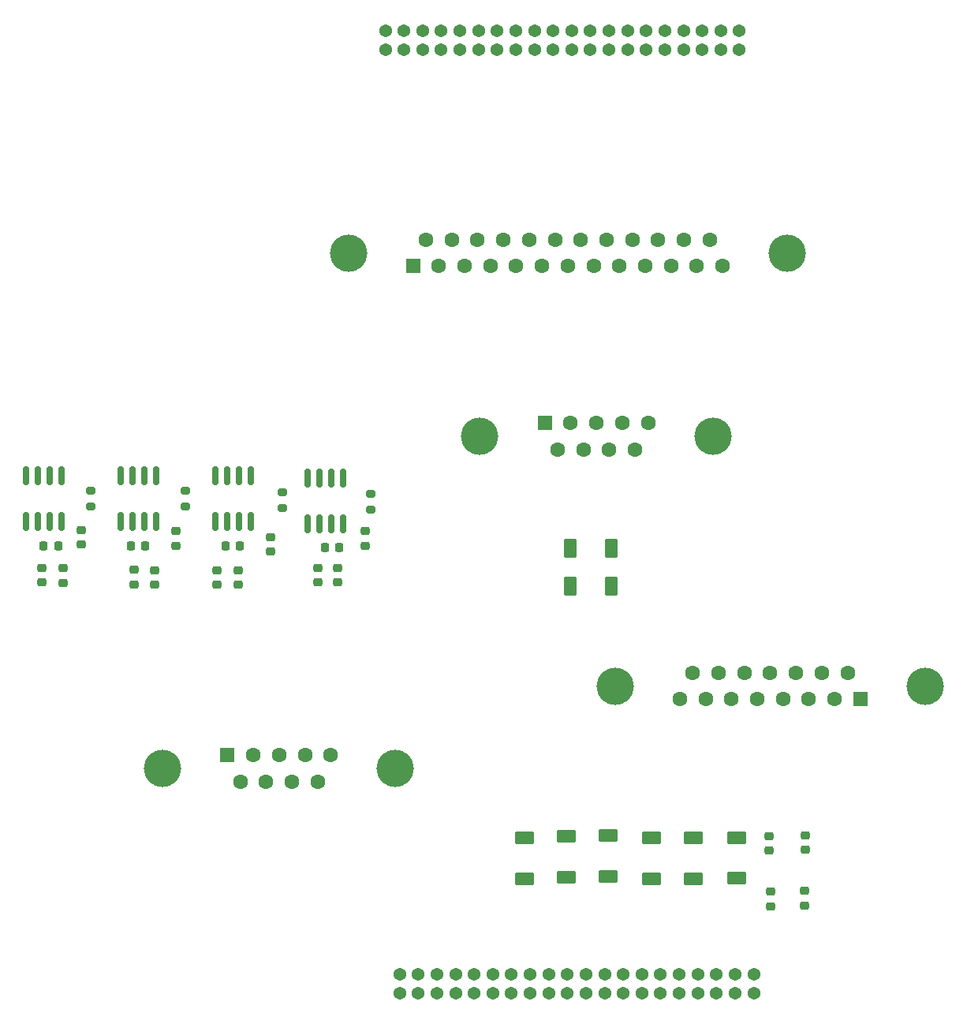
<source format=gbr>
%TF.GenerationSoftware,KiCad,Pcbnew,7.0.7*%
%TF.CreationDate,2024-02-25T16:10:36-08:00*%
%TF.ProjectId,Connector-board,436f6e6e-6563-4746-9f72-2d626f617264,rev?*%
%TF.SameCoordinates,Original*%
%TF.FileFunction,Soldermask,Top*%
%TF.FilePolarity,Negative*%
%FSLAX46Y46*%
G04 Gerber Fmt 4.6, Leading zero omitted, Abs format (unit mm)*
G04 Created by KiCad (PCBNEW 7.0.7) date 2024-02-25 16:10:36*
%MOMM*%
%LPD*%
G01*
G04 APERTURE LIST*
G04 Aperture macros list*
%AMRoundRect*
0 Rectangle with rounded corners*
0 $1 Rounding radius*
0 $2 $3 $4 $5 $6 $7 $8 $9 X,Y pos of 4 corners*
0 Add a 4 corners polygon primitive as box body*
4,1,4,$2,$3,$4,$5,$6,$7,$8,$9,$2,$3,0*
0 Add four circle primitives for the rounded corners*
1,1,$1+$1,$2,$3*
1,1,$1+$1,$4,$5*
1,1,$1+$1,$6,$7*
1,1,$1+$1,$8,$9*
0 Add four rect primitives between the rounded corners*
20,1,$1+$1,$2,$3,$4,$5,0*
20,1,$1+$1,$4,$5,$6,$7,0*
20,1,$1+$1,$6,$7,$8,$9,0*
20,1,$1+$1,$8,$9,$2,$3,0*%
G04 Aperture macros list end*
%ADD10RoundRect,0.225000X-0.250000X0.225000X-0.250000X-0.225000X0.250000X-0.225000X0.250000X0.225000X0*%
%ADD11RoundRect,0.225000X0.225000X0.250000X-0.225000X0.250000X-0.225000X-0.250000X0.225000X-0.250000X0*%
%ADD12RoundRect,0.150000X0.150000X-0.825000X0.150000X0.825000X-0.150000X0.825000X-0.150000X-0.825000X0*%
%ADD13RoundRect,0.250000X0.800000X-0.450000X0.800000X0.450000X-0.800000X0.450000X-0.800000X-0.450000X0*%
%ADD14RoundRect,0.250000X-0.800000X0.450000X-0.800000X-0.450000X0.800000X-0.450000X0.800000X0.450000X0*%
%ADD15RoundRect,0.200000X-0.275000X0.200000X-0.275000X-0.200000X0.275000X-0.200000X0.275000X0.200000X0*%
%ADD16RoundRect,0.218750X0.256250X-0.218750X0.256250X0.218750X-0.256250X0.218750X-0.256250X-0.218750X0*%
%ADD17RoundRect,0.225000X0.250000X-0.225000X0.250000X0.225000X-0.250000X0.225000X-0.250000X-0.225000X0*%
%ADD18RoundRect,0.250000X-0.450000X-0.800000X0.450000X-0.800000X0.450000X0.800000X-0.450000X0.800000X0*%
%ADD19RoundRect,0.218750X-0.256250X0.218750X-0.256250X-0.218750X0.256250X-0.218750X0.256250X0.218750X0*%
%ADD20C,1.371600*%
%ADD21C,4.000000*%
%ADD22R,1.600000X1.600000*%
%ADD23C,1.600000*%
G04 APERTURE END LIST*
D10*
%TO.C,C10*%
X132040000Y-109580000D03*
X132040000Y-111130000D03*
%TD*%
D11*
%TO.C,C9*%
X128795000Y-111155000D03*
X127245000Y-111155000D03*
%TD*%
D12*
%TO.C,U4*%
X126115000Y-108550000D03*
X127385000Y-108550000D03*
X128655000Y-108550000D03*
X129925000Y-108550000D03*
X129925000Y-103600000D03*
X128655000Y-103600000D03*
X127385000Y-103600000D03*
X126115000Y-103600000D03*
%TD*%
D13*
%TO.C,D4*%
X173981400Y-146722200D03*
X173981400Y-142322200D03*
%TD*%
D10*
%TO.C,C4*%
X121880000Y-109440000D03*
X121880000Y-110990000D03*
%TD*%
D14*
%TO.C,D6*%
X169511000Y-142500000D03*
X169511000Y-146900000D03*
%TD*%
D10*
%TO.C,C8*%
X142200000Y-111765000D03*
X142200000Y-110215000D03*
%TD*%
D15*
%TO.C,R3*%
X122940000Y-105250000D03*
X122940000Y-106900000D03*
%TD*%
D13*
%TO.C,D1*%
X187621200Y-146900000D03*
X187621200Y-142500000D03*
%TD*%
D14*
%TO.C,D3*%
X192269400Y-142449200D03*
X192269400Y-146849200D03*
%TD*%
D16*
%TO.C,C1*%
X195774600Y-143861800D03*
X195774600Y-142286800D03*
%TD*%
D15*
%TO.C,R6*%
X133100000Y-105250000D03*
X133100000Y-106900000D03*
%TD*%
D17*
%TO.C,FB4*%
X147322000Y-115097600D03*
X147322000Y-113547600D03*
%TD*%
D18*
%TO.C,D8*%
X174400000Y-115450000D03*
X178800000Y-115450000D03*
%TD*%
D10*
%TO.C,C6*%
X152360000Y-109580000D03*
X152360000Y-111130000D03*
%TD*%
D12*
%TO.C,U1*%
X115955000Y-108550000D03*
X117225000Y-108550000D03*
X118495000Y-108550000D03*
X119765000Y-108550000D03*
X119765000Y-103600000D03*
X118495000Y-103600000D03*
X117225000Y-103600000D03*
X115955000Y-103600000D03*
%TD*%
D16*
%TO.C,C2*%
X195901600Y-149830900D03*
X195901600Y-148255900D03*
%TD*%
D17*
%TO.C,FB3*%
X149404800Y-115046800D03*
X149404800Y-113496800D03*
%TD*%
%TO.C,FB6*%
X136501600Y-115351600D03*
X136501600Y-113801600D03*
%TD*%
D19*
%TO.C,R1*%
X199635400Y-142210700D03*
X199635400Y-143785700D03*
%TD*%
D15*
%TO.C,R5*%
X143488600Y-105440000D03*
X143488600Y-107090000D03*
%TD*%
D11*
%TO.C,C5*%
X149595600Y-111350800D03*
X148045600Y-111350800D03*
%TD*%
D13*
%TO.C,D2*%
X183100000Y-146900000D03*
X183100000Y-142500000D03*
%TD*%
D17*
%TO.C,FB1*%
X119991600Y-115123000D03*
X119991600Y-113573000D03*
%TD*%
%TO.C,FB5*%
X138736800Y-115351600D03*
X138736800Y-113801600D03*
%TD*%
D13*
%TO.C,D5*%
X178502600Y-146646000D03*
X178502600Y-142246000D03*
%TD*%
D12*
%TO.C,U2*%
X146229800Y-108796600D03*
X147499800Y-108796600D03*
X148769800Y-108796600D03*
X150039800Y-108796600D03*
X150039800Y-103846600D03*
X148769800Y-103846600D03*
X147499800Y-103846600D03*
X146229800Y-103846600D03*
%TD*%
%TO.C,U3*%
X136275000Y-108550000D03*
X137545000Y-108550000D03*
X138815000Y-108550000D03*
X140085000Y-108550000D03*
X140085000Y-103600000D03*
X138815000Y-103600000D03*
X137545000Y-103600000D03*
X136275000Y-103600000D03*
%TD*%
D11*
%TO.C,C7*%
X138955000Y-111155000D03*
X137405000Y-111155000D03*
%TD*%
D20*
%TO.C,J1*%
X156086831Y-159170000D03*
X156086831Y-157170000D03*
X158086831Y-159170000D03*
X158086831Y-157170000D03*
X160086831Y-159170000D03*
X160086831Y-157170000D03*
X162086831Y-159170000D03*
X162086831Y-157170000D03*
X164086831Y-159170000D03*
X164086831Y-157170000D03*
X166086831Y-159170000D03*
X166086831Y-157170000D03*
X168086831Y-159170000D03*
X168086831Y-157170000D03*
X170086831Y-159170000D03*
X170086831Y-157170000D03*
X172086831Y-159170000D03*
X172086831Y-157170000D03*
X174086831Y-159170000D03*
X174086831Y-157170000D03*
X176086831Y-159170000D03*
X176086831Y-157170000D03*
X178086831Y-159170000D03*
X178086831Y-157170000D03*
X180086831Y-159170000D03*
X180086831Y-157170000D03*
X182086831Y-159170000D03*
X182086831Y-157170000D03*
X184086831Y-159170000D03*
X184086831Y-157170000D03*
X186086831Y-159170000D03*
X186086831Y-157170000D03*
X188086731Y-159170000D03*
X188086731Y-157170000D03*
X190086731Y-159170000D03*
X190086731Y-157170000D03*
X192086731Y-159170000D03*
X192086731Y-157170000D03*
X194086731Y-159170000D03*
X194086731Y-157170000D03*
X154550000Y-57900000D03*
X154550000Y-55900000D03*
X156550000Y-57900000D03*
X156550000Y-55900000D03*
X158550000Y-57900000D03*
X158550000Y-55900000D03*
X160550000Y-57900000D03*
X160550000Y-55900000D03*
X162549900Y-57900000D03*
X162549900Y-55900000D03*
X164549900Y-57900000D03*
X164549900Y-55900000D03*
X166549900Y-57900000D03*
X166549900Y-55900000D03*
X168549900Y-57900000D03*
X168549900Y-55900000D03*
X170549900Y-57900000D03*
X170549900Y-55900000D03*
X172549900Y-57900000D03*
X172549900Y-55900000D03*
X174549900Y-57900000D03*
X174549900Y-55900000D03*
X176549900Y-57900000D03*
X176549900Y-55900000D03*
X178549900Y-57900000D03*
X178549900Y-55900000D03*
X180549900Y-57900000D03*
X180549900Y-55900000D03*
X182549900Y-57900000D03*
X182549900Y-55900000D03*
X184549900Y-57900000D03*
X184549900Y-55900000D03*
X186549900Y-57900000D03*
X186549900Y-55900000D03*
X188549900Y-57900000D03*
X188549900Y-55900000D03*
X190549900Y-57900000D03*
X190549900Y-55900000D03*
X192549900Y-57900000D03*
X192549900Y-55900000D03*
%TD*%
D17*
%TO.C,FB2*%
X117705600Y-115072200D03*
X117705600Y-113522200D03*
%TD*%
%TO.C,FB8*%
X127535400Y-115275400D03*
X127535400Y-113725400D03*
%TD*%
D15*
%TO.C,R4*%
X152935400Y-105598200D03*
X152935400Y-107248200D03*
%TD*%
D11*
%TO.C,C3*%
X119410000Y-111155000D03*
X117860000Y-111155000D03*
%TD*%
D17*
%TO.C,FB7*%
X129745200Y-115326200D03*
X129745200Y-113776200D03*
%TD*%
D18*
%TO.C,D7*%
X174400000Y-111400000D03*
X178800000Y-111400000D03*
%TD*%
D16*
%TO.C,R2*%
X199584600Y-149754700D03*
X199584600Y-148179700D03*
%TD*%
D21*
%TO.C,4TC_DSUB1*%
X155640000Y-135020000D03*
X130640000Y-135020000D03*
D22*
X137600000Y-133600000D03*
D23*
X140370000Y-133600000D03*
X143140000Y-133600000D03*
X145910000Y-133600000D03*
X148680000Y-133600000D03*
X138985000Y-136440000D03*
X141755000Y-136440000D03*
X144525000Y-136440000D03*
X147295000Y-136440000D03*
%TD*%
D21*
%TO.C,GND_DSUB1*%
X179200000Y-126200000D03*
X212500000Y-126200000D03*
D22*
X205545000Y-127620000D03*
D23*
X202775000Y-127620000D03*
X200005000Y-127620000D03*
X197235000Y-127620000D03*
X194465000Y-127620000D03*
X191695000Y-127620000D03*
X188925000Y-127620000D03*
X186155000Y-127620000D03*
X204160000Y-124780000D03*
X201390000Y-124780000D03*
X198620000Y-124780000D03*
X195850000Y-124780000D03*
X193080000Y-124780000D03*
X190310000Y-124780000D03*
X187540000Y-124780000D03*
%TD*%
D21*
%TO.C,SOLENOIDS_DSUB1*%
X189700000Y-99400000D03*
X164700000Y-99400000D03*
D22*
X171660000Y-97980000D03*
D23*
X174430000Y-97980000D03*
X177200000Y-97980000D03*
X179970000Y-97980000D03*
X182740000Y-97980000D03*
X173045000Y-100820000D03*
X175815000Y-100820000D03*
X178585000Y-100820000D03*
X181355000Y-100820000D03*
%TD*%
D21*
%TO.C,PT_DSUB1*%
X150585000Y-79720000D03*
X197685000Y-79720000D03*
D22*
X157515000Y-81140000D03*
D23*
X160285000Y-81140000D03*
X163055000Y-81140000D03*
X165825000Y-81140000D03*
X168595000Y-81140000D03*
X171365000Y-81140000D03*
X174135000Y-81140000D03*
X176905000Y-81140000D03*
X179675000Y-81140000D03*
X182445000Y-81140000D03*
X185215000Y-81140000D03*
X187985000Y-81140000D03*
X190755000Y-81140000D03*
X158900000Y-78300000D03*
X161670000Y-78300000D03*
X164440000Y-78300000D03*
X167210000Y-78300000D03*
X169980000Y-78300000D03*
X172750000Y-78300000D03*
X175520000Y-78300000D03*
X178290000Y-78300000D03*
X181060000Y-78300000D03*
X183830000Y-78300000D03*
X186600000Y-78300000D03*
X189370000Y-78300000D03*
%TD*%
M02*

</source>
